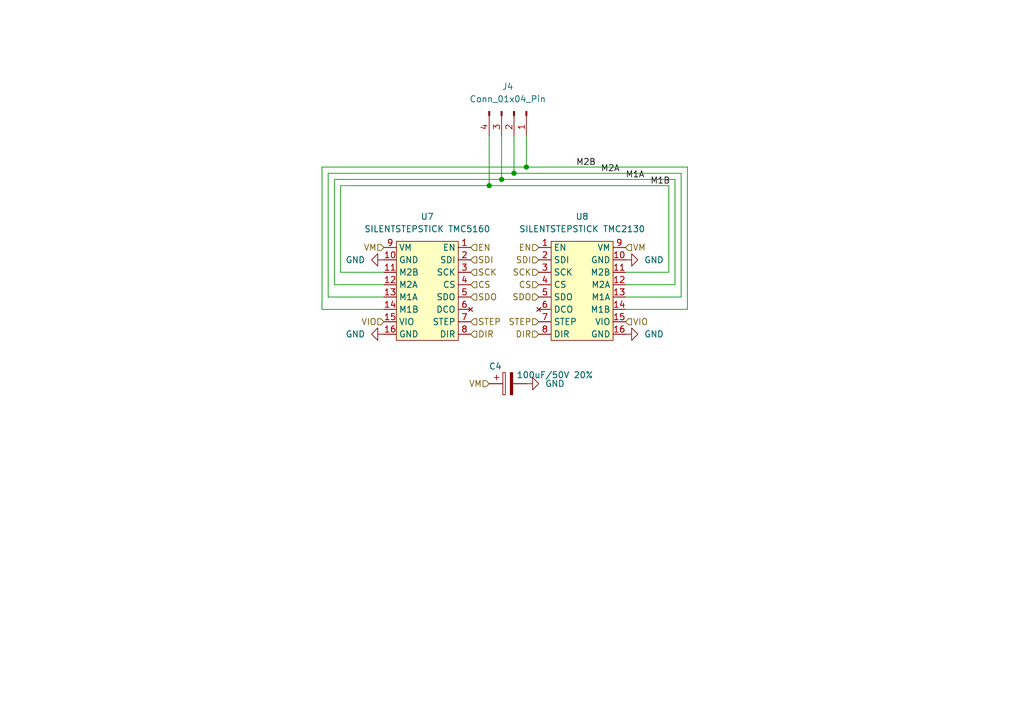
<source format=kicad_sch>
(kicad_sch (version 20250114) (generator "eeschema") (generator_version "9.0")
  (paper "A5")
  (lib_symbols
    (symbol "Connector:Conn_01x04_Pin" (pin_names (offset 1.016) (hide yes))
      (property "Reference" "J" (at 0 5.08 0))
      (property "Value" "Conn_01x04_Pin" (at 0 -7.62 0))
      (symbol "Conn_01x04_Pin_1_1"
        (rectangle (start 0.8636 2.667) (end 0 2.413) (stroke (width 0.1524)) (fill (type outline)))
        (rectangle (start 0.8636 0.127) (end 0 -0.127) (stroke (width 0.1524)) (fill (type outline)))
        (rectangle (start 0.8636 -2.413) (end 0 -2.667) (stroke (width 0.1524)) (fill (type outline)))
        (rectangle (start 0.8636 -4.953) (end 0 -5.207) (stroke (width 0.1524)) (fill (type outline)))
        (polyline (pts (xy 1.27 2.54) (xy 0.8636 2.54)) (stroke (width 0.1524)))
        (polyline (pts (xy 1.27 0) (xy 0.8636 0)) (stroke (width 0.1524)))
        (polyline (pts (xy 1.27 -2.54) (xy 0.8636 -2.54)) (stroke (width 0.1524)))
        (polyline (pts (xy 1.27 -5.08) (xy 0.8636 -5.08)) (stroke (width 0.1524)))
        (pin passive line (at 5.08 2.54 180) (length 3.81) (name "Pin_1") (number "1"))
        (pin passive line (at 5.08 0 180) (length 3.81) (name "Pin_2") (number "2"))
        (pin passive line (at 5.08 -2.54 180) (length 3.81) (name "Pin_3") (number "3"))
        (pin passive line (at 5.08 -5.08 180) (length 3.81) (name "Pin_4") (number "4"))
      )
    )
    (symbol "Custom Symbols:SILENTSTEPSTICK"
      (property "Reference" "U" (at 0 24.384 0))
      (property "Value" "SILENTSTEPSTICK 2130" (at 0.508 22.352 0))
      (symbol "SILENTSTEPSTICK_0_0"
        (pin input line (at -8.89 19.05 0) (length 2.54) (name "EN") (number "1"))
        (pin input line (at -8.89 16.51 0) (length 2.54) (name "SDI") (number "2"))
        (pin input line (at -8.89 13.97 0) (length 2.54) (name "SCK") (number "3"))
        (pin input line (at -8.89 11.43 0) (length 2.54) (name "CS") (number "4"))
        (pin output line (at -8.89 8.89 0) (length 2.54) (name "SDO") (number "5"))
        (pin no_connect line (at -8.89 6.35 0) (length 2.54) (name "DCO") (number "6"))
        (pin input line (at -8.89 3.81 0) (length 2.54) (name "STEP") (number "7"))
        (pin input line (at -8.89 1.27 0) (length 2.54) (name "DIR") (number "8"))
        (pin power_in line (at 8.89 19.05 180) (length 2.54) (name "VM") (number "9"))
        (pin input line (at 8.89 16.51 180) (length 2.54) (name "GND") (number "10"))
        (pin output line (at 8.89 13.97 180) (length 2.54) (name "M2B") (number "11"))
        (pin output line (at 8.89 11.43 180) (length 2.54) (name "M2A") (number "12"))
        (pin output line (at 8.89 8.89 180) (length 2.54) (name "M1A") (number "13"))
        (pin output line (at 8.89 6.35 180) (length 2.54) (name "M1B") (number "14"))
        (pin power_in line (at 8.89 3.81 180) (length 2.54) (name "VIO") (number "15"))
        (pin input line (at 8.89 1.27 180) (length 2.54) (name "GND") (number "16"))
      )
      (symbol "SILENTSTEPSTICK_1_1"
        (rectangle (start -6.35 20.32) (end 6.35 0) (fill (type background)))
      )
    )
    (symbol "Custom Symbols:SILENTSTEPSTICK5160"
      (property "Reference" "U" (at 0 24.638 0))
      (property "Value" "SILENTSTEPSTICK TMC5160" (at 0 22.098 0))
      (symbol "SILENTSTEPSTICK5160_0_0"
        (pin power_in line (at -8.89 19.05 0) (length 2.54) (name "VM") (number "9"))
        (pin input line (at -8.89 16.51 0) (length 2.54) (name "GND") (number "10"))
        (pin output line (at -8.89 13.97 0) (length 2.54) (name "M2B") (number "11"))
        (pin output line (at -8.89 11.43 0) (length 2.54) (name "M2A") (number "12"))
        (pin output line (at -8.89 8.89 0) (length 2.54) (name "M1A") (number "13"))
        (pin output line (at -8.89 6.35 0) (length 2.54) (name "M1B") (number "14"))
        (pin power_in line (at -8.89 3.81 0) (length 2.54) (name "VIO") (number "15"))
        (pin input line (at -8.89 1.27 0) (length 2.54) (name "GND") (number "16"))
        (pin input line (at 8.89 19.05 180) (length 2.54) (name "EN") (number "1"))
        (pin input line (at 8.89 16.51 180) (length 2.54) (name "SDI") (number "2"))
        (pin input line (at 8.89 13.97 180) (length 2.54) (name "SCK") (number "3"))
        (pin input line (at 8.89 11.43 180) (length 2.54) (name "CS") (number "4"))
        (pin output line (at 8.89 8.89 180) (length 2.54) (name "SDO") (number "5"))
        (pin no_connect line (at 8.89 6.35 180) (length 2.54) (name "DCO") (number "6"))
        (pin input line (at 8.89 3.81 180) (length 2.54) (name "STEP") (number "7"))
        (pin input line (at 8.89 1.27 180) (length 2.54) (name "DIR") (number "8"))
      )
      (symbol "SILENTSTEPSTICK5160_1_1"
        (rectangle (start 6.35 0) (end -6.35 20.32) (fill (type background)))
      )
    )
    (symbol "Device:C_Polarized" (pin_numbers (hide yes)) (pin_names (offset 0.254))
      (property "Reference" "C" (at 0.635 2.54 0))
      (property "Value" "C_Polarized" (at 0.635 -2.54 0))
      (symbol "C_Polarized_0_1"
        (rectangle (start -2.286 0.508) (end 2.286 1.016))
        (polyline (pts (xy -1.778 2.286) (xy -0.762 2.286)))
        (polyline (pts (xy -1.27 2.794) (xy -1.27 1.778)))
        (rectangle (start 2.286 -0.508) (end -2.286 -1.016) (fill (type outline)))
      )
      (symbol "C_Polarized_1_1"
        (pin passive line (at 0 3.81 270) (length 2.794) (name "~") (number "1"))
        (pin passive line (at 0 -3.81 90) (length 2.794) (name "~") (number "2"))
      )
    )
    (symbol "power:GND" (power) (pin_numbers (hide yes)) (pin_names (offset 0) (hide yes))
      (property "Value" "GND" (at 0 -3.81 0))
      (symbol "GND_0_1"
        (polyline (pts (xy 0 0) (xy 0 -1.27) (xy 1.27 -1.27) (xy 0 -2.54) (xy -1.27 -1.27) (xy 0 -1.27)))
      )
      (symbol "GND_1_1"
        (pin power_in line (at 0 0 270) (length 0) (name "~") (number "1"))
      )
    )
  )
  (junction (at 105.41 35.56))
  (junction (at 107.95 34.29))
  (junction (at 100.33 38.1))
  (junction (at 102.87 36.83))
  (wire (pts (xy 105.41 35.56) (xy 105.41 27.94)))
  (wire (pts (xy 137.16 55.88) (xy 137.16 38.1)))
  (wire (pts (xy 78.74 63.5) (xy 66.04 63.5)))
  (wire (pts (xy 68.58 58.42) (xy 68.58 36.83)))
  (wire (pts (xy 66.04 34.29) (xy 107.95 34.29)))
  (wire (pts (xy 128.27 60.96) (xy 139.7 60.96)))
  (wire (pts (xy 68.58 36.83) (xy 102.87 36.83)))
  (wire (pts (xy 107.95 34.29) (xy 140.97 34.29)))
  (wire (pts (xy 78.74 60.96) (xy 67.31 60.96)))
  (wire (pts (xy 78.74 58.42) (xy 68.58 58.42)))
  (wire (pts (xy 66.04 63.5) (xy 66.04 34.29)))
  (wire (pts (xy 69.85 38.1) (xy 100.33 38.1)))
  (wire (pts (xy 128.27 58.42) (xy 138.43 58.42)))
  (wire (pts (xy 102.87 36.83) (xy 138.43 36.83)))
  (wire (pts (xy 102.87 36.83) (xy 102.87 27.94)))
  (wire (pts (xy 69.85 55.88) (xy 69.85 38.1)))
  (wire (pts (xy 138.43 58.42) (xy 138.43 36.83)))
  (wire (pts (xy 140.97 63.5) (xy 140.97 34.29)))
  (wire (pts (xy 128.27 55.88) (xy 137.16 55.88)))
  (wire (pts (xy 100.33 38.1) (xy 100.33 27.94)))
  (wire (pts (xy 139.7 60.96) (xy 139.7 35.56)))
  (wire (pts (xy 78.74 55.88) (xy 69.85 55.88)))
  (wire (pts (xy 137.16 38.1) (xy 100.33 38.1)))
  (wire (pts (xy 67.31 35.56) (xy 105.41 35.56)))
  (wire (pts (xy 105.41 35.56) (xy 139.7 35.56)))
  (wire (pts (xy 107.95 34.29) (xy 107.95 27.94)))
  (wire (pts (xy 67.31 60.96) (xy 67.31 35.56)))
  (wire (pts (xy 128.27 63.5) (xy 140.97 63.5)))
  (label "M2A" (at 123.19 35.56 0))
  (label "M1A" (at 128.27 36.83 0))
  (label "M2B" (at 118.11 34.29 0))
  (label "M1B" (at 133.35 38.1 0))
  (hierarchical_label "SCK" (shape input) (at 110.49 55.88 180))
  (hierarchical_label "VM" (shape input) (at 78.74 50.8 180))
  (hierarchical_label "CS" (shape input) (at 96.52 58.42 0))
  (hierarchical_label "SDI" (shape input) (at 96.52 53.34 0))
  (hierarchical_label "SDI" (shape input) (at 110.49 53.34 180))
  (hierarchical_label "EN" (shape input) (at 110.49 50.8 180))
  (hierarchical_label "DIR" (shape input) (at 110.49 68.58 180))
  (hierarchical_label "SCK" (shape input) (at 96.52 55.88 0))
  (hierarchical_label "VIO" (shape input) (at 128.27 66.04 0))
  (hierarchical_label "VM" (shape input) (at 100.33 78.74 180))
  (hierarchical_label "CS" (shape input) (at 110.49 58.42 180))
  (hierarchical_label "STEP" (shape input) (at 96.52 66.04 0))
  (hierarchical_label "VIO" (shape input) (at 78.74 66.04 180))
  (hierarchical_label "SDO" (shape input) (at 96.52 60.96 0))
  (hierarchical_label "EN" (shape input) (at 96.52 50.8 0))
  (hierarchical_label "VM" (shape input) (at 128.27 50.8 0))
  (hierarchical_label "DIR" (shape input) (at 96.52 68.58 0))
  (hierarchical_label "SDO" (shape input) (at 110.49 60.96 180))
  (hierarchical_label "STEP" (shape input) (at 110.49 66.04 180))
  (symbol (lib_id "Device:C_Polarized") (at 104.14 78.74 90) (mirror x) (unit 1)
    (property "Reference" "C2" (at 101.6 75.184 90))
    (property "Value" "100uF/50V 20%" (at 113.792 76.962 90))
    (property "Footprint" "Capacitor_THT:CP_Radial_D8.0mm_P3.50mm" (effects (hide yes)))
    (property "Description" "Polarized capacitor" (effects (hide yes)))
    (instances (project "Driver Carrier v1" (path "" (reference "C4") (unit 1)) (path "" (reference "C1") (unit 1)) (path "" (reference "C6") (unit 1)) (path "" (reference "C3") (unit 1)) (path "" (reference "C2") (unit 1)) (path "" (reference "C5") (unit 1))))
  )
  (symbol (lib_id "power:GND") (at 78.74 53.34 270) (unit 1)
    (property "Reference" "#PWR032" (effects (hide yes)))
    (property "Value" "GND" (at 74.93 53.3401 90) (effects (justify right)))
    (property "Description" "Power symbol creates a global label with name \"GND\" , ground" (effects (hide yes)))
    (instances (project "Driver Carrier v1" (path "" (reference "#PWR037") (unit 1)) (path "" (reference "#PWR018") (unit 1)) (path "" (reference "#PWR052") (unit 1)) (path "" (reference "#PWR047") (unit 1)) (path "" (reference "#PWR032") (unit 1)) (path "" (reference "#PWR042") (unit 1))))
  )
  (symbol (lib_id "power:GND") (at 128.27 53.34 90) (mirror x) (unit 1)
    (property "Reference" "#PWR035" (effects (hide yes)))
    (property "Value" "GND" (at 132.08 53.3401 90) (effects (justify right)))
    (property "Description" "Power symbol creates a global label with name \"GND\" , ground" (effects (hide yes)))
    (instances (project "Driver Carrier v1" (path "" (reference "#PWR040") (unit 1)) (path "" (reference "#PWR030") (unit 1)) (path "" (reference "#PWR055") (unit 1)) (path "" (reference "#PWR050") (unit 1)) (path "" (reference "#PWR035") (unit 1)) (path "" (reference "#PWR045") (unit 1))))
  )
  (symbol (lib_id "Connector:Conn_01x04_Pin") (at 105.41 22.86 270) (unit 1)
    (property "Reference" "J2" (at 104.14 17.78 90))
    (property "Value" "Conn_01x04_Pin" (at 104.14 20.32 90))
    (property "Footprint" "Connector_PinHeader_2.54mm:PinHeader_1x04_P2.54mm_Vertical" (effects (hide yes)))
    (property "Description" "Generic connector, single row, 01x04, script generated" (effects (hide yes)))
    (instances (project "Driver Carrier v1" (path "" (reference "J4") (unit 1)) (path "" (reference "J1") (unit 1)) (path "" (reference "J6") (unit 1)) (path "" (reference "J3") (unit 1)) (path "" (reference "J2") (unit 1)) (path "" (reference "J5") (unit 1))))
  )
  (symbol (lib_id "power:GND") (at 128.27 68.58 90) (mirror x) (unit 1)
    (property "Reference" "#PWR036" (effects (hide yes)))
    (property "Value" "GND" (at 132.08 68.5801 90) (effects (justify right)))
    (property "Description" "Power symbol creates a global label with name \"GND\" , ground" (effects (hide yes)))
    (instances (project "Driver Carrier v1" (path "" (reference "#PWR041") (unit 1)) (path "" (reference "#PWR031") (unit 1)) (path "" (reference "#PWR056") (unit 1)) (path "" (reference "#PWR051") (unit 1)) (path "" (reference "#PWR036") (unit 1)) (path "" (reference "#PWR046") (unit 1))))
  )
  (symbol (lib_id "Custom Symbols:SILENTSTEPSTICK5160") (at 87.63 69.85 0) (unit 1)
    (property "Reference" "U3" (at 87.63 44.45 0))
    (property "Value" "SILENTSTEPSTICK TMC5160" (at 87.63 46.99 0))
    (property "Footprint" "Custom_Footprints:SILENTSTEPSTICK TMC5160" (effects (hide yes)))
    (property "Description" "Stepper Motor Driver 10-36V max. 3A per Phase" (effects (hide yes)))
    (property "Digikey PartN" "TMC5160SILENTSTEPSTICK" (effects (hide yes)))
    (property "Digikey Link" "https://www.digikey.ch/en/products/detail/analog-devices-inc-maxim-integrated/TMC5160SILENTSTEPSTICK/9990281?=&utm_adgroup=&utm_source=google&utm_medium=cpc&utm_campaign=PMax%20Shopping_Product_Medium%20ROAS&utm_term=&productid=9990281&utm_content=&utm_id=go_cmp-20185743540_adg-_ad-__dev-c_ext-_prd-9990281_sig-Cj0KCQiA8fW9BhC8ARIsACwHqYq0kKtuSAy5XmAmMikDVFipH_2FE8HsxKc7TywXbP0Zj7xqkbdXMDUaAnlAEALw_wcB&gad_source=1" (effects (hide yes)))
    (instances (project "Driver Carrier v1" (path "" (reference "U7") (unit 1)) (path "" (reference "U1") (unit 1)) (path "" (reference "U11") (unit 1)) (path "" (reference "U5") (unit 1)) (path "" (reference "U3") (unit 1)) (path "" (reference "U9") (unit 1))))
  )
  (symbol (lib_id "power:GND") (at 78.74 68.58 270) (unit 1)
    (property "Reference" "#PWR033" (effects (hide yes)))
    (property "Value" "GND" (at 74.93 68.5801 90) (effects (justify right)))
    (property "Description" "Power symbol creates a global label with name \"GND\" , ground" (effects (hide yes)))
    (instances (project "Driver Carrier v1" (path "" (reference "#PWR038") (unit 1)) (path "" (reference "#PWR028") (unit 1)) (path "" (reference "#PWR053") (unit 1)) (path "" (reference "#PWR048") (unit 1)) (path "" (reference "#PWR033") (unit 1)) (path "" (reference "#PWR043") (unit 1))))
  )
  (symbol (lib_id "power:GND") (at 107.95 78.74 90) (unit 1)
    (property "Reference" "#PWR034" (effects (hide yes)))
    (property "Value" "GND" (at 111.76 78.7399 90) (effects (justify right)))
    (property "Description" "Power symbol creates a global label with name \"GND\" , ground" (effects (hide yes)))
    (instances (project "Driver Carrier v1" (path "" (reference "#PWR039") (unit 1)) (path "" (reference "#PWR029") (unit 1)) (path "" (reference "#PWR054") (unit 1)) (path "" (reference "#PWR049") (unit 1)) (path "" (reference "#PWR034") (unit 1)) (path "" (reference "#PWR044") (unit 1))))
  )
  (symbol (lib_id "Custom Symbols:SILENTSTEPSTICK") (at 119.38 69.85 0) (unit 1)
    (property "Reference" "U4" (at 119.38 44.45 0))
    (property "Value" "SILENTSTEPSTICK TMC2130" (at 119.38 46.99 0))
    (property "Footprint" "Custom_Footprints:SILENTSTEPSTICK TMC2130" (effects (hide yes)))
    (property "Description" "TMC2130" (effects (hide yes)))
    (property "Digikey Link" "https://www.digikey.ch/en/products/detail/analog-devices-inc-maxim-integrated/TMCSILENTSTEPSTICK-SPI/6572861?s=N4IgTCBcDaIKwAY4FoAqBZAwgZQJIBkBRAOVW1UIAVzdMBpbS3ZYgERAF0BfIA" (effects (hide yes)))
    (property "Digikey PartN" "TMCSILENTSTEPSTICK SPI" (effects (hide yes)))
    (instances (project "Driver Carrier v1" (path "" (reference "U8") (unit 1)) (path "" (reference "U2") (unit 1)) (path "" (reference "U12") (unit 1)) (path "" (reference "U6") (unit 1)) (path "" (reference "U4") (unit 1)) (path "" (reference "U10") (unit 1))))
  )
)
</source>
